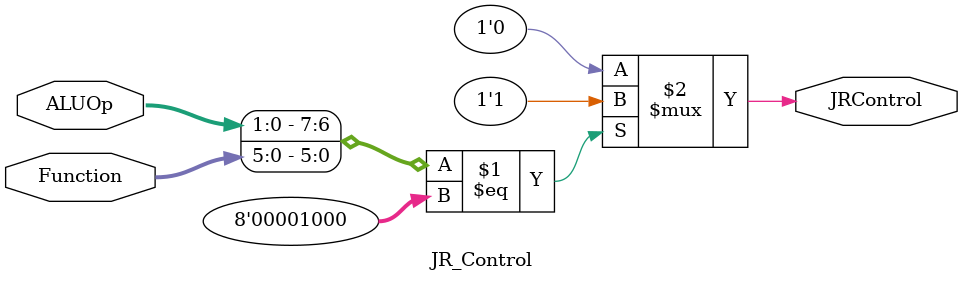
<source format=v>
module ALU_Control(ALUControl, ALUOp, Function);
	input [1:0] ALUOp;
	input [5:0] Function;
	output reg [2:0] ALUControl;
	wire[7:0] ALU_control_In;
	
	assign ALU_control_In = {ALUOp, Function};
	
	always @ (*)
	begin
		casex (ALU_control_In)
			8'b11xxxxxx: ALUControl = 3'b000;
			8'b01xxxxxx: ALUControl = 3'b001;
			8'b10xxxxxx: ALUControl = 3'b111;
			8'b00100000: ALUControl = 3'b000;
			8'b00100010: ALUControl = 3'b001;
			8'b00100100: ALUControl = 3'b010;
			8'b00100101: ALUControl = 3'b011;
			8'b00100110: ALUControl = 3'b100;
			8'b00000010: ALUControl = 3'b110;
			8'b00000000: ALUControl = 3'b101;
			8'b00101010: ALUControl = 3'b111;
			default: ALUControl = 3'b000;
		endcase
	end
endmodule

module JR_Control(JRControl, ALUOp, Function);
	input [1:0] ALUOp;
	input [5:0] Function;
	output JRControl;
	
	assign JRControl = ({ALUOp, Function} == 8'b00001000) ? 1'b1 : 1'b0;
	
endmodule
</source>
